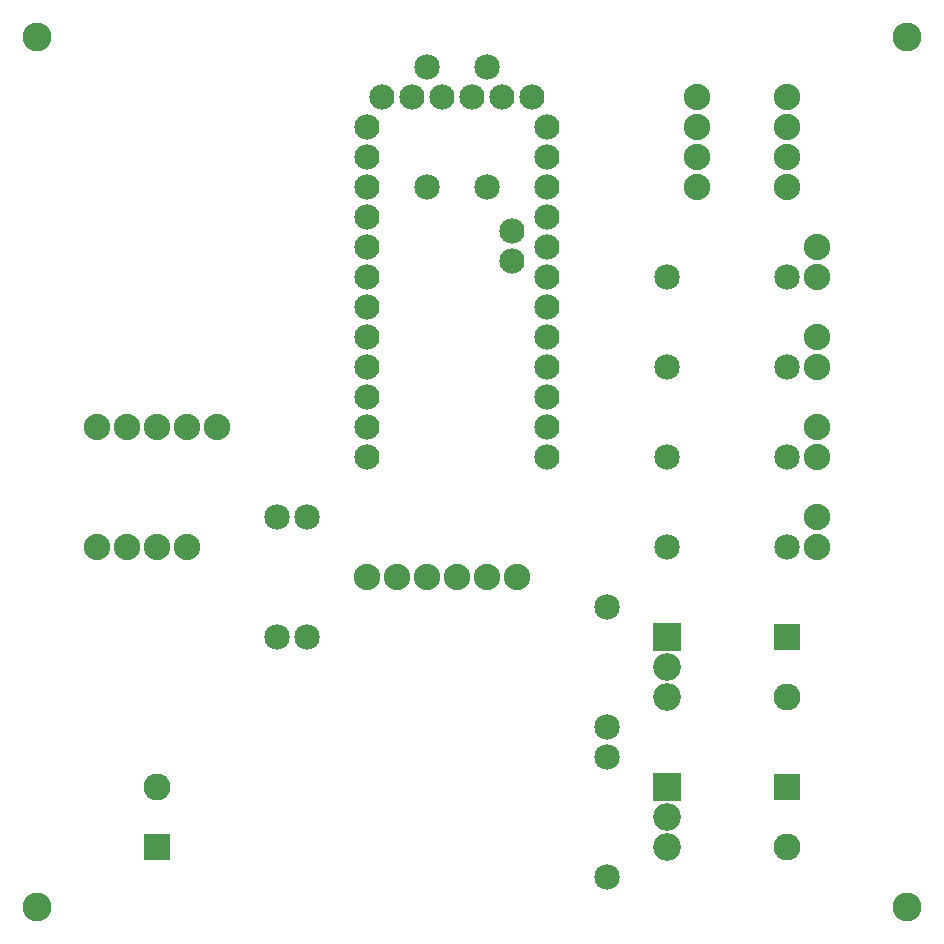
<source format=gbs>
G04 MADE WITH FRITZING*
G04 WWW.FRITZING.ORG*
G04 DOUBLE SIDED*
G04 HOLES PLATED*
G04 CONTOUR ON CENTER OF CONTOUR VECTOR*
%ASAXBY*%
%FSLAX23Y23*%
%MOIN*%
%OFA0B0*%
%SFA1.0B1.0*%
%ADD10C,0.085000*%
%ADD11C,0.096614*%
%ADD12C,0.084000*%
%ADD13C,0.088000*%
%ADD14C,0.092000*%
%ADD15C,0.090000*%
%ADD16R,0.092000X0.092000*%
%ADD17R,0.089986X0.090000*%
%LNMASK0*%
G90*
G70*
G54D10*
X1744Y2658D03*
X1744Y3058D03*
X1544Y2658D03*
X1544Y3058D03*
G54D11*
X244Y3158D03*
X244Y258D03*
X3144Y3158D03*
X3144Y258D03*
G54D12*
X1894Y2958D03*
X1794Y2958D03*
X1694Y2958D03*
X1594Y2958D03*
X1494Y2958D03*
X1394Y2958D03*
X1944Y2858D03*
X1944Y2758D03*
X1944Y2658D03*
X1944Y2558D03*
X1944Y2458D03*
X1829Y2513D03*
X1829Y2413D03*
X1944Y2358D03*
X1944Y2258D03*
X1944Y2158D03*
X1944Y2058D03*
X1944Y1958D03*
X1944Y1858D03*
X1944Y1758D03*
X1344Y1758D03*
X1344Y1858D03*
X1344Y1958D03*
X1344Y2058D03*
X1344Y2158D03*
X1344Y2258D03*
X1344Y2358D03*
X1344Y2458D03*
X1344Y2558D03*
X1344Y2658D03*
X1344Y2758D03*
X1344Y2858D03*
G54D13*
X1844Y1358D03*
X1744Y1358D03*
X1644Y1358D03*
X1544Y1358D03*
X1444Y1358D03*
X1344Y1358D03*
G54D14*
X2344Y658D03*
X2344Y558D03*
X2344Y458D03*
G54D15*
X2744Y1158D03*
X2744Y958D03*
X2744Y658D03*
X2744Y458D03*
X644Y458D03*
X644Y658D03*
G54D10*
X2144Y1258D03*
X2144Y858D03*
X2144Y358D03*
X2144Y758D03*
X1144Y1558D03*
X1144Y1158D03*
X1044Y1558D03*
X1044Y1158D03*
G54D13*
X844Y1858D03*
X744Y1858D03*
X644Y1858D03*
X544Y1858D03*
X444Y1858D03*
X2844Y2458D03*
X2844Y2358D03*
X2844Y2158D03*
X2844Y2058D03*
X2844Y1858D03*
X2844Y1758D03*
X2844Y1558D03*
X2844Y1458D03*
G54D10*
X2744Y1458D03*
X2344Y1458D03*
X2744Y1758D03*
X2344Y1758D03*
X2744Y2058D03*
X2344Y2058D03*
X2744Y2358D03*
X2344Y2358D03*
G54D13*
X2444Y2958D03*
X2444Y2858D03*
X2444Y2758D03*
X2444Y2658D03*
X2744Y2958D03*
X2744Y2858D03*
X2744Y2758D03*
X2744Y2658D03*
X744Y1458D03*
X644Y1458D03*
X544Y1458D03*
X444Y1458D03*
G54D14*
X2344Y1158D03*
X2344Y1058D03*
X2344Y958D03*
G54D16*
X2344Y658D03*
G54D17*
X2744Y1158D03*
X2744Y658D03*
X644Y458D03*
G54D16*
X2344Y1158D03*
G04 End of Mask0*
M02*
</source>
